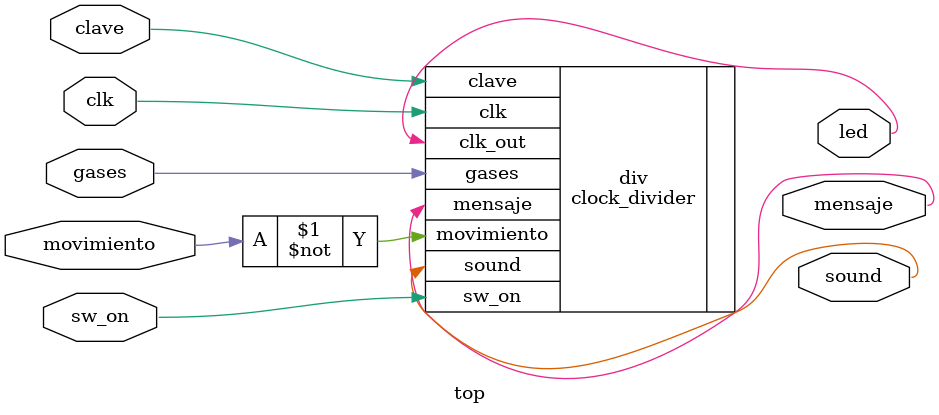
<source format=v>

module top 
#(parameter INIT=0)
(
  // 25MHz clock input
  input  clk, //pin 23
  input  sw_on,//pin 34
  input  gases,//pin 32
  input  movimiento,//pin42
  input  clave,//pin55
  // Led outputs
  /* output [3:0] led */
  output led,//pin 74
  output sound, //pin 30
  output mensaje//pin 28
);

  // turn other leds off (active low)
  /* assign led[2:0] = 3'b111; */
	/*wire [26:0] cable_count;
	wire [26:0] cable_con_gases;
	wire [26:0] cable_con_movimiento;
	*/
  clock_divider #(.INIT(INIT)) div
  (
    .clk(clk),
    .sw_on(sw_on),
    .gases(gases),
    .movimiento(~movimiento),
    .clave(clave),
    .clk_out(led),
    .sound(sound),
    .mensaje(mensaje)
  );
  
  
  
  
endmodule

</source>
